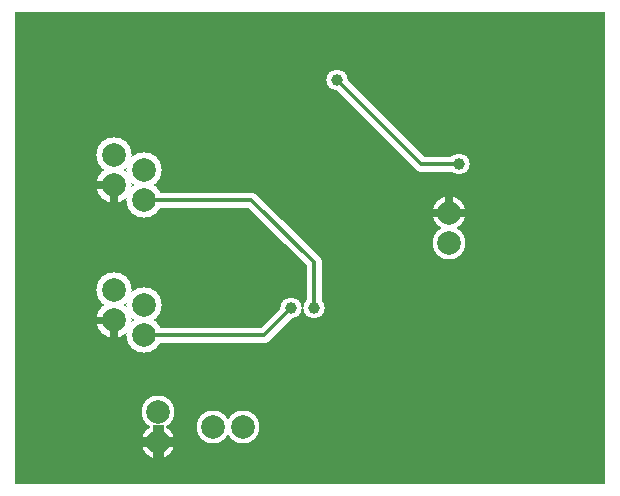
<source format=gbl>
%FSLAX34Y34*%
%MOMM*%
%LNCOPPER_BOTTOM*%
G71*
G01*
%ADD10C, 3.00*%
%ADD11C, 1.80*%
%ADD12C, 2.80*%
%ADD13C, 1.30*%
%ADD14C, 0.67*%
%ADD15C, 0.87*%
%ADD16C, 2.00*%
%ADD17C, 1.00*%
%ADD18C, 0.30*%
%LPD*%
G36*
X0Y1000000D02*
X500000Y1000000D01*
X500000Y600000D01*
X0Y600000D01*
X0Y1000000D01*
G37*
%LPC*%
X84000Y879000D02*
G54D10*
D03*
X84000Y853600D02*
G54D10*
D03*
X109400Y866300D02*
G54D10*
D03*
X109400Y840900D02*
G54D10*
D03*
X84000Y764000D02*
G54D10*
D03*
X84000Y738600D02*
G54D10*
D03*
X109400Y751300D02*
G54D10*
D03*
X109400Y725900D02*
G54D10*
D03*
X234000Y749000D02*
G54D11*
D03*
X253000Y749000D02*
G54D11*
D03*
X376000Y871000D02*
G54D11*
D03*
X273000Y942000D02*
G54D11*
D03*
X367700Y829700D02*
G54D12*
D03*
X367700Y804300D02*
G54D12*
D03*
X121610Y635390D02*
G54D12*
D03*
X121614Y660786D02*
G54D12*
D03*
X168004Y648004D02*
G54D12*
D03*
X193400Y648000D02*
G54D12*
D03*
G54D13*
X109400Y725900D02*
X210900Y725900D01*
X234000Y749000D01*
G54D13*
X109400Y840900D02*
X200100Y840900D01*
X253000Y788000D01*
X253000Y749000D01*
G54D13*
X376000Y871000D02*
X344000Y871000D01*
X273000Y942000D01*
%LPD*%
G54D14*
G36*
X87333Y853600D02*
X87333Y838100D01*
X80667Y838100D01*
X80667Y853600D01*
X87333Y853600D01*
G37*
G36*
X84000Y850267D02*
X68500Y850267D01*
X68500Y856933D01*
X84000Y856933D01*
X84000Y850267D01*
G37*
G54D14*
G36*
X87333Y738600D02*
X87333Y723100D01*
X80667Y723100D01*
X80667Y738600D01*
X87333Y738600D01*
G37*
G36*
X84000Y735267D02*
X68500Y735267D01*
X68500Y741933D01*
X84000Y741933D01*
X84000Y735267D01*
G37*
G54D14*
G36*
X367700Y833033D02*
X382200Y833033D01*
X382200Y826367D01*
X367700Y826367D01*
X367700Y833033D01*
G37*
G36*
X367700Y826367D02*
X353200Y826367D01*
X353200Y833033D01*
X367700Y833033D01*
X367700Y826367D01*
G37*
G36*
X364367Y829700D02*
X364367Y844200D01*
X371033Y844200D01*
X371033Y829700D01*
X364367Y829700D01*
G37*
G54D15*
G36*
X121610Y631057D02*
X107110Y631057D01*
X107110Y639723D01*
X121610Y639723D01*
X121610Y631057D01*
G37*
G36*
X117277Y635390D02*
X117277Y649890D01*
X125943Y649890D01*
X125943Y635390D01*
X117277Y635390D01*
G37*
G36*
X121610Y639723D02*
X136110Y639723D01*
X136110Y631057D01*
X121610Y631057D01*
X121610Y639723D01*
G37*
G36*
X125943Y635390D02*
X125943Y620890D01*
X117277Y620890D01*
X117277Y635390D01*
X125943Y635390D01*
G37*
X84000Y879000D02*
G54D16*
D03*
X84000Y853600D02*
G54D16*
D03*
X109400Y866300D02*
G54D16*
D03*
X109400Y840900D02*
G54D16*
D03*
X84000Y764000D02*
G54D16*
D03*
X84000Y738600D02*
G54D16*
D03*
X109400Y751300D02*
G54D16*
D03*
X109400Y725900D02*
G54D16*
D03*
X234000Y749000D02*
G54D17*
D03*
X253000Y749000D02*
G54D17*
D03*
X376000Y871000D02*
G54D17*
D03*
X273000Y942000D02*
G54D17*
D03*
X367700Y829700D02*
G54D16*
D03*
X367700Y804300D02*
G54D16*
D03*
X121610Y635390D02*
G54D16*
D03*
X121614Y660786D02*
G54D16*
D03*
X168004Y648004D02*
G54D16*
D03*
X193400Y648000D02*
G54D16*
D03*
G54D18*
X109400Y725900D02*
X210900Y725900D01*
X234000Y749000D01*
G54D18*
X109400Y840900D02*
X200100Y840900D01*
X253000Y788000D01*
X253000Y749000D01*
G54D18*
X376000Y871000D02*
X344000Y871000D01*
X273000Y942000D01*
M02*

</source>
